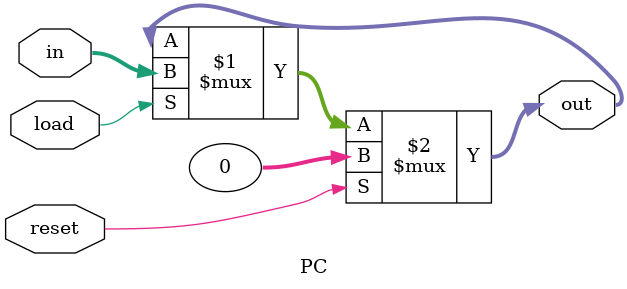
<source format=v>
module PC(
    input reset,
    input load,
    input [31:0] in,
    output [31:0] out
);
assign out = reset ? 32'b0 : (load ? in : out);
// if reset == 1 begin
//     out <= 0;
// end

// else begin
//        if load == 1 begin
//         out <= in;
//        end
// end

endmodule

</source>
